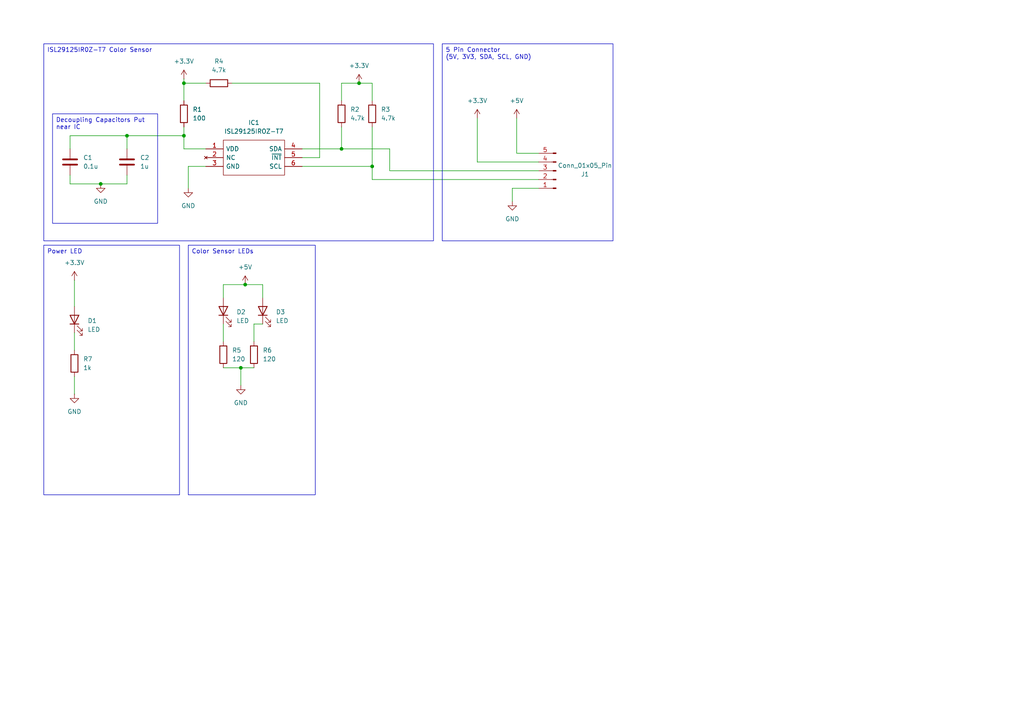
<source format=kicad_sch>
(kicad_sch (version 20250114) (generator "eeschema") (generator_version "9.0")
  (paper "A4")
  (lib_symbols
    (symbol "Connector:Conn_01x05_Pin" (pin_names (offset 1.016) (hide yes))
      (property "Reference" "J" (at 0 7.62 0))
      (property "Value" "Conn_01x05_Pin" (at 0 -7.62 0))
      (symbol "Conn_01x05_Pin_1_1"
        (rectangle (start 0.8636 5.207) (end 0 4.953) (stroke (width 0.1524)) (fill (type outline)))
        (rectangle (start 0.8636 2.667) (end 0 2.413) (stroke (width 0.1524)) (fill (type outline)))
        (rectangle (start 0.8636 0.127) (end 0 -0.127) (stroke (width 0.1524)) (fill (type outline)))
        (rectangle (start 0.8636 -2.413) (end 0 -2.667) (stroke (width 0.1524)) (fill (type outline)))
        (rectangle (start 0.8636 -4.953) (end 0 -5.207) (stroke (width 0.1524)) (fill (type outline)))
        (polyline (pts (xy 1.27 5.08) (xy 0.8636 5.08)) (stroke (width 0.1524)))
        (polyline (pts (xy 1.27 2.54) (xy 0.8636 2.54)) (stroke (width 0.1524)))
        (polyline (pts (xy 1.27 0) (xy 0.8636 0)) (stroke (width 0.1524)))
        (polyline (pts (xy 1.27 -2.54) (xy 0.8636 -2.54)) (stroke (width 0.1524)))
        (polyline (pts (xy 1.27 -5.08) (xy 0.8636 -5.08)) (stroke (width 0.1524)))
        (pin passive line (at 5.08 5.08 180) (length 3.81) (name "Pin_1") (number "1"))
        (pin passive line (at 5.08 2.54 180) (length 3.81) (name "Pin_2") (number "2"))
        (pin passive line (at 5.08 0 180) (length 3.81) (name "Pin_3") (number "3"))
        (pin passive line (at 5.08 -2.54 180) (length 3.81) (name "Pin_4") (number "4"))
        (pin passive line (at 5.08 -5.08 180) (length 3.81) (name "Pin_5") (number "5"))
      )
    )
    (symbol "Device:C" (pin_numbers (hide yes)) (pin_names (offset 0.254))
      (property "Reference" "C" (at 0.635 2.54 0))
      (property "Value" "C" (at 0.635 -2.54 0))
      (symbol "C_0_1"
        (polyline (pts (xy -2.032 0.762) (xy 2.032 0.762)) (stroke (width 0.508)))
        (polyline (pts (xy -2.032 -0.762) (xy 2.032 -0.762)) (stroke (width 0.508)))
      )
      (symbol "C_1_1"
        (pin passive line (at 0 3.81 270) (length 2.794) (name "~") (number "1"))
        (pin passive line (at 0 -3.81 90) (length 2.794) (name "~") (number "2"))
      )
    )
    (symbol "Device:LED" (pin_numbers (hide yes)) (pin_names (offset 1.016) (hide yes))
      (property "Reference" "D" (at 0 2.54 0))
      (property "Value" "LED" (at 0 -2.54 0))
      (symbol "LED_0_1"
        (polyline (pts (xy -3.048 -0.762) (xy -4.572 -2.286) (xy -3.81 -2.286) (xy -4.572 -2.286) (xy -4.572 -1.524)))
        (polyline (pts (xy -1.778 -0.762) (xy -3.302 -2.286) (xy -2.54 -2.286) (xy -3.302 -2.286) (xy -3.302 -1.524)))
        (polyline (pts (xy -1.27 0) (xy 1.27 0)))
        (polyline (pts (xy -1.27 -1.27) (xy -1.27 1.27)) (stroke (width 0.254)))
        (polyline (pts (xy 1.27 -1.27) (xy 1.27 1.27) (xy -1.27 0) (xy 1.27 -1.27)) (stroke (width 0.254)))
      )
      (symbol "LED_1_1"
        (pin passive line (at -3.81 0 0) (length 2.54) (name "K") (number "1"))
        (pin passive line (at 3.81 0 180) (length 2.54) (name "A") (number "2"))
      )
    )
    (symbol "Device:R" (pin_numbers (hide yes)) (pin_names (offset 0))
      (property "Reference" "R" (at 2.032 0 90))
      (property "Value" "R" (at 0 0 90))
      (symbol "R_0_1"
        (rectangle (start -1.016 -2.54) (end 1.016 2.54) (stroke (width 0.254)))
      )
      (symbol "R_1_1"
        (pin passive line (at 0 3.81 270) (length 1.27) (name "~") (number "1"))
        (pin passive line (at 0 -3.81 90) (length 1.27) (name "~") (number "2"))
      )
    )
    (symbol "ISL29125IROZ-T7:ISL29125IROZ-T7" (pin_names (offset 0.762))
      (property "Reference" "IC" (at 24.13 7.62 0))
      (property "Value" "ISL29125IROZ-T7" (at 24.13 5.08 0))
      (symbol "ISL29125IROZ-T7_0_0"
        (pin passive line (at 0 0 0) (length 5.08) (name "VDD") (number "1"))
        (pin no_connect line (at 0 -2.54 0) (length 5.08) (name "NC") (number "2"))
        (pin passive line (at 0 -5.08 0) (length 5.08) (name "GND") (number "3"))
        (pin passive line (at 27.94 0 180) (length 5.08) (name "SDA") (number "4"))
        (pin passive line (at 27.94 -2.54 180) (length 5.08) (name "~{INT}") (number "5"))
        (pin passive line (at 27.94 -5.08 180) (length 5.08) (name "SCL") (number "6"))
      )
      (symbol "ISL29125IROZ-T7_0_1"
        (polyline (pts (xy 5.08 2.54) (xy 22.86 2.54) (xy 22.86 -7.62) (xy 5.08 -7.62) (xy 5.08 2.54)) (stroke (width 0.1524)))
      )
    )
    (symbol "power:+3.3V" (power) (pin_numbers (hide yes)) (pin_names (offset 0) (hide yes))
      (property "Value" "+3.3V" (at 0 3.556 0))
      (symbol "+3.3V_0_1"
        (polyline (pts (xy -0.762 1.27) (xy 0 2.54)))
        (polyline (pts (xy 0 2.54) (xy 0.762 1.27)))
        (polyline (pts (xy 0 0) (xy 0 2.54)))
      )
      (symbol "+3.3V_1_1"
        (pin power_in line (at 0 0 90) (length 0) (name "~") (number "1"))
      )
    )
    (symbol "power:+5V" (power) (pin_numbers (hide yes)) (pin_names (offset 0) (hide yes))
      (property "Value" "+5V" (at 0 3.556 0))
      (symbol "+5V_0_1"
        (polyline (pts (xy -0.762 1.27) (xy 0 2.54)))
        (polyline (pts (xy 0 2.54) (xy 0.762 1.27)))
        (polyline (pts (xy 0 0) (xy 0 2.54)))
      )
      (symbol "+5V_1_1"
        (pin power_in line (at 0 0 90) (length 0) (name "~") (number "1"))
      )
    )
    (symbol "power:GND" (power) (pin_numbers (hide yes)) (pin_names (offset 0) (hide yes))
      (property "Value" "GND" (at 0 -3.81 0))
      (symbol "GND_0_1"
        (polyline (pts (xy 0 0) (xy 0 -1.27) (xy 1.27 -1.27) (xy 0 -2.54) (xy -1.27 -1.27) (xy 0 -1.27)))
      )
      (symbol "GND_1_1"
        (pin power_in line (at 0 0 270) (length 0) (name "~") (number "1"))
      )
    )
  )
  (text_box "Decoupling Capacitors Put near IC" (at 15.24 33.02 0) (size 30.48 31.75) (margins 0.9525 0.9525 0.9525 0.9525) (effects (font (size 1.27 1.27)) (justify left top)))
  (text_box "5 Pin Connector\n(5V, 3V3, SDA, SCL, GND)" (at 128.27 12.7 0) (size 49.53 57.15) (margins 0.9525 0.9525 0.9525 0.9525) (effects (font (size 1.27 1.27)) (justify left top)))
  (text_box "Color Sensor LEDs\n" (at 54.61 71.12 0) (size 36.83 72.39) (margins 0.9525 0.9525 0.9525 0.9525) (effects (font (size 1.27 1.27)) (justify left top)))
  (text_box "ISL29125IR0Z-T7 Color Sensor" (at 12.7 12.7 0) (size 113.03 57.15) (margins 0.9525 0.9525 0.9525 0.9525) (effects (font (size 1.27 1.27)) (justify left top)))
  (text_box "Power LED\n" (at 12.7 71.12 0) (size 39.37 72.39) (margins 0.9525 0.9525 0.9525 0.9525) (effects (font (size 1.27 1.27)) (justify left top)))
  (junction (at 53.34 24.13))
  (junction (at 53.34 39.37))
  (junction (at 107.95 48.26))
  (junction (at 69.85 106.68))
  (junction (at 99.06 43.18))
  (junction (at 29.21 53.34))
  (junction (at 36.83 39.37))
  (junction (at 104.14 24.13))
  (junction (at 71.12 82.55))
  (wire (pts (xy 20.32 39.37) (xy 36.83 39.37)))
  (wire (pts (xy 21.59 109.22) (xy 21.59 114.3)))
  (wire (pts (xy 64.77 86.36) (xy 64.77 82.55)))
  (wire (pts (xy 138.43 34.29) (xy 138.43 46.99)))
  (wire (pts (xy 107.95 24.13) (xy 107.95 29.21)))
  (wire (pts (xy 53.34 24.13) (xy 59.69 24.13)))
  (wire (pts (xy 107.95 48.26) (xy 107.95 52.07)))
  (wire (pts (xy 69.85 106.68) (xy 73.66 106.68)))
  (wire (pts (xy 76.2 82.55) (xy 71.12 82.55)))
  (wire (pts (xy 99.06 29.21) (xy 99.06 24.13)))
  (wire (pts (xy 64.77 82.55) (xy 71.12 82.55)))
  (wire (pts (xy 21.59 96.52) (xy 21.59 101.6)))
  (wire (pts (xy 99.06 43.18) (xy 99.06 36.83)))
  (wire (pts (xy 73.66 93.98) (xy 73.66 99.06)))
  (wire (pts (xy 59.69 43.18) (xy 53.34 43.18)))
  (wire (pts (xy 107.95 36.83) (xy 107.95 48.26)))
  (wire (pts (xy 92.71 24.13) (xy 92.71 45.72)))
  (wire (pts (xy 36.83 50.8) (xy 36.83 53.34)))
  (wire (pts (xy 64.77 106.68) (xy 69.85 106.68)))
  (wire (pts (xy 113.03 43.18) (xy 99.06 43.18)))
  (wire (pts (xy 69.85 106.68) (xy 69.85 111.76)))
  (wire (pts (xy 53.34 43.18) (xy 53.34 39.37)))
  (wire (pts (xy 99.06 24.13) (xy 104.14 24.13)))
  (wire (pts (xy 67.31 24.13) (xy 92.71 24.13)))
  (wire (pts (xy 20.32 53.34) (xy 29.21 53.34)))
  (wire (pts (xy 36.83 39.37) (xy 53.34 39.37)))
  (wire (pts (xy 138.43 46.99) (xy 156.21 46.99)))
  (wire (pts (xy 53.34 24.13) (xy 53.34 29.21)))
  (wire (pts (xy 21.59 81.28) (xy 21.59 88.9)))
  (wire (pts (xy 149.86 44.45) (xy 156.21 44.45)))
  (wire (pts (xy 107.95 48.26) (xy 87.63 48.26)))
  (wire (pts (xy 148.59 54.61) (xy 148.59 58.42)))
  (wire (pts (xy 20.32 50.8) (xy 20.32 53.34)))
  (wire (pts (xy 20.32 43.18) (xy 20.32 39.37)))
  (wire (pts (xy 92.71 45.72) (xy 87.63 45.72)))
  (wire (pts (xy 36.83 53.34) (xy 29.21 53.34)))
  (wire (pts (xy 53.34 22.86) (xy 53.34 24.13)))
  (wire (pts (xy 53.34 36.83) (xy 53.34 39.37)))
  (wire (pts (xy 156.21 52.07) (xy 107.95 52.07)))
  (wire (pts (xy 149.86 34.29) (xy 149.86 44.45)))
  (wire (pts (xy 76.2 86.36) (xy 76.2 82.55)))
  (wire (pts (xy 87.63 43.18) (xy 99.06 43.18)))
  (wire (pts (xy 64.77 93.98) (xy 64.77 99.06)))
  (wire (pts (xy 36.83 39.37) (xy 36.83 43.18)))
  (wire (pts (xy 156.21 49.53) (xy 113.03 49.53)))
  (wire (pts (xy 54.61 48.26) (xy 54.61 54.61)))
  (wire (pts (xy 148.59 54.61) (xy 156.21 54.61)))
  (wire (pts (xy 76.2 93.98) (xy 73.66 93.98)))
  (wire (pts (xy 104.14 24.13) (xy 107.95 24.13)))
  (wire (pts (xy 59.69 48.26) (xy 54.61 48.26)))
  (wire (pts (xy 113.03 49.53) (xy 113.03 43.18)))
  (symbol (lib_id "ISL29125IROZ-T7:ISL29125IROZ-T7") (at 59.69 43.18 0) (unit 1)
    (property "Reference" "IC1" (at 73.66 35.56 0))
    (property "Value" "ISL29125IROZ-T7" (at 73.66 38.1 0))
    (property "Footprint" "pcb_footprints:ISL29125IROZT7" (effects (hide yes)))
    (property "Datasheet" "https://www.renesas.com/en-us/www/doc/datasheet/isl29125.pdf" (effects (hide yes)))
    (property "Description" "The ISL29125 is a low power, high sensitivity, RED, GREEN and BLUE color light sensor (RGB) with an I2C (SMBus compatible) interface. Its state-of-the-art photodiode array provides an accurate RGB spectral response and excellent light source to light source variation (LS2LS). The ISL29125 is designed to reject IR in light sources allowing the device to operate in environments from sunlight to dark rooms. The integrating ADC rejects 50Hz and 60Hz flicker caused by artificial light sources. A selectable range" (effects (hide yes)))
    (property "Description_1" "The ISL29125 is a low power, high sensitivity, RED, GREEN and BLUE color light sensor (RGB) with an I2C (SMBus compatible) interface. Its state-of-the-art photodiode array provides an accurate RGB spectral response and excellent light source to light source variation (LS2LS). The ISL29125 is designed to reject IR in light sources allowing the device to operate in environments from sunlight to dark rooms. The integrating ADC rejects 50Hz and 60Hz flicker caused by artificial light sources. A selectable range" (effects (hide yes)))
    (property "Height" "0.75" (effects (hide yes)))
    (property "Manufacturer_Name" "Renesas Electronics" (effects (hide yes)))
    (property "Manufacturer_Part_Number" "ISL29125IROZ-T7" (effects (hide yes)))
    (property "Mouser Part Number" "968-ISL29125IROZ-T7" (effects (hide yes)))
    (property "Mouser Price/Stock" "https://www.mouser.co.uk/ProductDetail/Renesas-Intersil/ISL29125IROZ-T7/?qs=8EBwJ8mibj2u1svZyuG5jQ%3D%3D" (effects (hide yes)))
    (property "Arrow Part Number" "ISL29125IROZ-T7" (effects (hide yes)))
    (property "Arrow Price/Stock" "https://www.arrow.com/en/products/isl29125iroz-t7/intersil" (effects (hide yes)))
  )
  (symbol (lib_id "Device:LED") (at 21.59 92.71 90) (unit 1)
    (property "Reference" "D1" (at 25.4 93.0274 90) (effects (justify right)))
    (property "Value" "LED" (at 25.4 95.5674 90) (effects (justify right)))
    (property "Footprint" "LED_SMD:LED_0603_1608Metric_Pad1.05x0.95mm_HandSolder" (effects (hide yes)))
    (property "Description" "Light emitting diode" (effects (hide yes)))
    (property "Sim.Pins" "1=K 2=A" (effects (hide yes)))
  )
  (symbol (lib_id "power:+3.3V") (at 104.14 24.13 0) (unit 1)
    (property "Reference" "#PWR06" (effects (hide yes)))
    (property "Value" "+3.3V" (at 104.14 19.05 0))
    (property "Description" "Power symbol creates a global label with name \"+3.3V\"" (effects (hide yes)))
  )
  (symbol (lib_id "power:+5V") (at 71.12 82.55 0) (unit 1)
    (property "Reference" "#PWR011" (effects (hide yes)))
    (property "Value" "+5V" (at 71.12 77.47 0))
    (property "Description" "Power symbol creates a global label with name \"+5V\"" (effects (hide yes)))
  )
  (symbol (lib_id "Device:R") (at 63.5 24.13 90) (unit 1)
    (property "Reference" "R4" (at 63.5 17.78 90))
    (property "Value" "4.7k" (at 63.5 20.32 90))
    (property "Footprint" "Resistor_SMD:R_0603_1608Metric_Pad0.98x0.95mm_HandSolder" (effects (hide yes)))
    (property "Description" "Resistor" (effects (hide yes)))
  )
  (symbol (lib_id "Device:LED") (at 64.77 90.17 90) (unit 1)
    (property "Reference" "D2" (at 68.58 90.4874 90) (effects (justify right)))
    (property "Value" "LED" (at 68.58 93.0274 90) (effects (justify right)))
    (property "Footprint" "LED_SMD:LED_0805_2012Metric_Pad1.15x1.40mm_HandSolder" (effects (hide yes)))
    (property "Description" "Light emitting diode" (effects (hide yes)))
    (property "Sim.Pins" "1=K 2=A" (effects (hide yes)))
  )
  (symbol (lib_id "Device:R") (at 99.06 33.02 0) (unit 1)
    (property "Reference" "R2" (at 101.6 31.7499 0) (effects (justify left)))
    (property "Value" "4.7k" (at 101.6 34.2899 0) (effects (justify left)))
    (property "Footprint" "Resistor_SMD:R_0603_1608Metric_Pad0.98x0.95mm_HandSolder" (effects (hide yes)))
    (property "Description" "Resistor" (effects (hide yes)))
  )
  (symbol (lib_id "power:+5V") (at 149.86 34.29 0) (unit 1)
    (property "Reference" "#PWR05" (effects (hide yes)))
    (property "Value" "+5V" (at 149.86 29.21 0))
    (property "Description" "Power symbol creates a global label with name \"+5V\"" (effects (hide yes)))
  )
  (symbol (lib_id "power:GND") (at 29.21 53.34 0) (unit 1)
    (property "Reference" "#PWR01" (effects (hide yes)))
    (property "Value" "GND" (at 29.21 58.42 0))
    (property "Description" "Power symbol creates a global label with name \"GND\" , ground" (effects (hide yes)))
  )
  (symbol (lib_id "Connector:Conn_01x05_Pin") (at 161.29 49.53 180) (unit 1)
    (property "Reference" "J1" (at 169.672 50.546 0))
    (property "Value" "Conn_01x05_Pin" (at 169.672 48.006 0))
    (property "Footprint" "Connector_PinHeader_2.54mm:PinHeader_1x05_P2.54mm_Horizontal" (effects (hide yes)))
    (property "Description" "Generic connector, single row, 01x05, script generated" (effects (hide yes)))
  )
  (symbol (lib_id "Device:R") (at 73.66 102.87 0) (unit 1)
    (property "Reference" "R6" (at 76.2 101.5999 0) (effects (justify left)))
    (property "Value" "120" (at 76.2 104.1399 0) (effects (justify left)))
    (property "Footprint" "Resistor_SMD:R_0603_1608Metric_Pad0.98x0.95mm_HandSolder" (effects (hide yes)))
    (property "Description" "Resistor" (effects (hide yes)))
  )
  (symbol (lib_id "power:+3.3V") (at 21.59 81.28 0) (unit 1)
    (property "Reference" "#PWR08" (effects (hide yes)))
    (property "Value" "+3.3V" (at 21.59 76.2 0))
    (property "Description" "Power symbol creates a global label with name \"+3.3V\"" (effects (hide yes)))
  )
  (symbol (lib_id "Device:R") (at 64.77 102.87 0) (unit 1)
    (property "Reference" "R5" (at 67.31 101.5999 0) (effects (justify left)))
    (property "Value" "120" (at 67.31 104.1399 0) (effects (justify left)))
    (property "Footprint" "Resistor_SMD:R_0603_1608Metric_Pad0.98x0.95mm_HandSolder" (effects (hide yes)))
    (property "Description" "Resistor" (effects (hide yes)))
  )
  (symbol (lib_id "power:+3.3V") (at 138.43 34.29 0) (unit 1)
    (property "Reference" "#PWR07" (effects (hide yes)))
    (property "Value" "+3.3V" (at 138.43 29.21 0))
    (property "Description" "Power symbol creates a global label with name \"+3.3V\"" (effects (hide yes)))
  )
  (symbol (lib_id "Device:C") (at 20.32 46.99 0) (unit 1)
    (property "Reference" "C1" (at 24.13 45.7199 0) (effects (justify left)))
    (property "Value" "0.1u" (at 24.13 48.26 0) (effects (justify left)))
    (property "Footprint" "Capacitor_SMD:C_0603_1608Metric_Pad1.08x0.95mm_HandSolder" (effects (hide yes)))
    (property "Description" "Unpolarized capacitor" (effects (hide yes)))
  )
  (symbol (lib_id "power:GND") (at 148.59 58.42 0) (unit 1)
    (property "Reference" "#PWR04" (effects (hide yes)))
    (property "Value" "GND" (at 148.59 63.5 0))
    (property "Description" "Power symbol creates a global label with name \"GND\" , ground" (effects (hide yes)))
  )
  (symbol (lib_id "Device:R") (at 107.95 33.02 0) (unit 1)
    (property "Reference" "R3" (at 110.49 31.7499 0) (effects (justify left)))
    (property "Value" "4.7k" (at 110.49 34.2899 0) (effects (justify left)))
    (property "Footprint" "Resistor_SMD:R_0603_1608Metric_Pad0.98x0.95mm_HandSolder" (effects (hide yes)))
    (property "Description" "Resistor" (effects (hide yes)))
  )
  (symbol (lib_id "Device:R") (at 53.34 33.02 0) (unit 1)
    (property "Reference" "R1" (at 55.88 31.7499 0) (effects (justify left)))
    (property "Value" "100" (at 55.88 34.2899 0) (effects (justify left)))
    (property "Footprint" "Resistor_SMD:R_0603_1608Metric_Pad0.98x0.95mm_HandSolder" (effects (hide yes)))
    (property "Description" "Resistor" (effects (hide yes)))
  )
  (symbol (lib_id "power:GND") (at 54.61 54.61 0) (unit 1)
    (property "Reference" "#PWR03" (effects (hide yes)))
    (property "Value" "GND" (at 54.61 59.69 0))
    (property "Description" "Power symbol creates a global label with name \"GND\" , ground" (effects (hide yes)))
  )
  (symbol (lib_id "power:GND") (at 69.85 111.76 0) (unit 1)
    (property "Reference" "#PWR010" (effects (hide yes)))
    (property "Value" "GND" (at 69.85 116.84 0))
    (property "Description" "Power symbol creates a global label with name \"GND\" , ground" (effects (hide yes)))
  )
  (symbol (lib_id "Device:C") (at 36.83 46.99 0) (unit 1)
    (property "Reference" "C2" (at 40.64 45.7199 0) (effects (justify left)))
    (property "Value" "1u" (at 40.64 48.2599 0) (effects (justify left)))
    (property "Footprint" "Capacitor_SMD:C_0603_1608Metric_Pad1.08x0.95mm_HandSolder" (effects (hide yes)))
    (property "Description" "Unpolarized capacitor" (effects (hide yes)))
  )
  (symbol (lib_id "power:+3.3V") (at 53.34 22.86 0) (unit 1)
    (property "Reference" "#PWR02" (effects (hide yes)))
    (property "Value" "+3.3V" (at 53.34 17.78 0))
    (property "Description" "Power symbol creates a global label with name \"+3.3V\"" (effects (hide yes)))
  )
  (symbol (lib_id "power:GND") (at 21.59 114.3 0) (unit 1)
    (property "Reference" "#PWR09" (effects (hide yes)))
    (property "Value" "GND" (at 21.59 119.38 0))
    (property "Description" "Power symbol creates a global label with name \"GND\" , ground" (effects (hide yes)))
  )
  (symbol (lib_id "Device:LED") (at 76.2 90.17 90) (unit 1)
    (property "Reference" "D3" (at 80.01 90.4874 90) (effects (justify right)))
    (property "Value" "LED" (at 80.01 93.0274 90) (effects (justify right)))
    (property "Footprint" "LED_SMD:LED_0805_2012Metric_Pad1.15x1.40mm_HandSolder" (effects (hide yes)))
    (property "Description" "Light emitting diode" (effects (hide yes)))
    (property "Sim.Pins" "1=K 2=A" (effects (hide yes)))
  )
  (symbol (lib_id "Device:R") (at 21.59 105.41 0) (unit 1)
    (property "Reference" "R7" (at 24.13 104.1399 0) (effects (justify left)))
    (property "Value" "1k" (at 24.13 106.6799 0) (effects (justify left)))
    (property "Footprint" "Resistor_SMD:R_0603_1608Metric_Pad0.98x0.95mm_HandSolder" (effects (hide yes)))
    (property "Description" "Resistor" (effects (hide yes)))
  )
)
</source>
